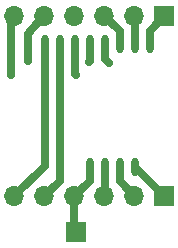
<source format=gbr>
%TF.GenerationSoftware,KiCad,Pcbnew,8.0.6-8.0.6-0~ubuntu24.04.1*%
%TF.CreationDate,2025-04-08T22:12:18-04:00*%
%TF.ProjectId,super-mini-mesh-kicad,73757065-722d-46d6-996e-692d6d657368,rev?*%
%TF.SameCoordinates,Original*%
%TF.FileFunction,Copper,L1,Top*%
%TF.FilePolarity,Positive*%
%FSLAX46Y46*%
G04 Gerber Fmt 4.6, Leading zero omitted, Abs format (unit mm)*
G04 Created by KiCad (PCBNEW 8.0.6-8.0.6-0~ubuntu24.04.1) date 2025-04-08 22:12:18*
%MOMM*%
%LPD*%
G01*
G04 APERTURE LIST*
G04 Aperture macros list*
%AMRoundRect*
0 Rectangle with rounded corners*
0 $1 Rounding radius*
0 $2 $3 $4 $5 $6 $7 $8 $9 X,Y pos of 4 corners*
0 Add a 4 corners polygon primitive as box body*
4,1,4,$2,$3,$4,$5,$6,$7,$8,$9,$2,$3,0*
0 Add four circle primitives for the rounded corners*
1,1,$1+$1,$2,$3*
1,1,$1+$1,$4,$5*
1,1,$1+$1,$6,$7*
1,1,$1+$1,$8,$9*
0 Add four rect primitives between the rounded corners*
20,1,$1+$1,$2,$3,$4,$5,0*
20,1,$1+$1,$4,$5,$6,$7,0*
20,1,$1+$1,$6,$7,$8,$9,0*
20,1,$1+$1,$8,$9,$2,$3,0*%
G04 Aperture macros list end*
%TA.AperFunction,ComponentPad*%
%ADD10R,1.700000X1.700000*%
%TD*%
%TA.AperFunction,ComponentPad*%
%ADD11O,1.700000X1.700000*%
%TD*%
%TA.AperFunction,SMDPad,CuDef*%
%ADD12RoundRect,0.300000X-0.000010X0.500000X-0.000010X-0.500000X0.000010X-0.500000X0.000010X0.500000X0*%
%TD*%
%TA.AperFunction,ViaPad*%
%ADD13C,0.600000*%
%TD*%
%TA.AperFunction,Conductor*%
%ADD14C,0.700000*%
%TD*%
G04 APERTURE END LIST*
D10*
%TO.P,J3,1,Pin_1*%
%TO.N,ant*%
X122000000Y-34800000D03*
%TD*%
%TO.P,J2,1,Pin_1*%
%TO.N,Net-(J2-Pin_1)*%
X129500000Y-31740000D03*
D11*
%TO.P,J2,2,Pin_2*%
%TO.N,Net-(J2-Pin_2)*%
X126960000Y-31740000D03*
%TO.P,J2,3,Pin_3*%
%TO.N,Net-(J2-Pin_3)*%
X124420000Y-31740000D03*
%TO.P,J2,4,Pin_4*%
%TO.N,ant*%
X121880000Y-31740000D03*
%TO.P,J2,5,Pin_5*%
%TO.N,Net-(J2-Pin_5)*%
X119340000Y-31740000D03*
%TO.P,J2,6,Pin_6*%
%TO.N,Net-(J2-Pin_6)*%
X116800000Y-31740000D03*
%TD*%
D12*
%TO.P,U1,1,RF_SW1*%
%TO.N,Net-(J1-Pin_1)*%
X128260000Y-18900000D03*
%TO.P,U1,2,MISO*%
%TO.N,Net-(J1-Pin_2)*%
X126990000Y-18900000D03*
%TO.P,U1,3,MOSI*%
%TO.N,Net-(J1-Pin_3)*%
X125720000Y-18900000D03*
%TO.P,U1,4,SCK*%
%TO.N,Net-(J1-Pin_4)*%
X124450000Y-18900000D03*
%TO.P,U1,5,RST*%
%TO.N,Net-(J1-Pin_5)*%
X123180000Y-18900000D03*
%TO.P,U1,6,NSS*%
%TO.N,Net-(J1-Pin_6)*%
X121910000Y-18900000D03*
%TO.P,U1,7,GND1*%
%TO.N,Net-(J2-Pin_5)*%
X120640000Y-18900000D03*
%TO.P,U1,8,VCC*%
%TO.N,Net-(J2-Pin_6)*%
X119370000Y-18900000D03*
%TO.P,U1,9,ANT*%
%TO.N,ant*%
X123180000Y-29300000D03*
%TO.P,U1,10,GND2*%
%TO.N,Net-(J2-Pin_3)*%
X124450000Y-29300000D03*
%TO.P,U1,11,BUSY*%
%TO.N,Net-(J2-Pin_2)*%
X125720000Y-29300000D03*
%TO.P,U1,12,DIO1*%
%TO.N,Net-(J2-Pin_1)*%
X126990000Y-29300000D03*
%TD*%
D10*
%TO.P,J1,1,Pin_1*%
%TO.N,Net-(J1-Pin_1)*%
X129500000Y-16500000D03*
D11*
%TO.P,J1,2,Pin_2*%
%TO.N,Net-(J1-Pin_2)*%
X126960000Y-16500000D03*
%TO.P,J1,3,Pin_3*%
%TO.N,Net-(J1-Pin_3)*%
X124420000Y-16500000D03*
%TO.P,J1,4,Pin_4*%
%TO.N,Net-(J1-Pin_4)*%
X121880000Y-16500000D03*
%TO.P,J1,5,Pin_5*%
%TO.N,Net-(J1-Pin_5)*%
X119340000Y-16500000D03*
%TO.P,J1,6,Pin_6*%
%TO.N,Net-(J1-Pin_6)*%
X116800000Y-16500000D03*
%TD*%
D13*
%TO.N,Net-(J1-Pin_4)*%
X124800000Y-20500000D03*
%TO.N,Net-(J1-Pin_5)*%
X123100000Y-20400000D03*
X118000000Y-20300000D03*
%TO.N,Net-(J1-Pin_6)*%
X116500000Y-21500000D03*
X122000000Y-21500000D03*
%TD*%
D14*
%TO.N,ant*%
X121880000Y-31740000D02*
X121880000Y-34680000D01*
X121880000Y-34680000D02*
X122000000Y-34800000D01*
%TO.N,Net-(J2-Pin_1)*%
X126990000Y-29300000D02*
X127060000Y-29300000D01*
X127060000Y-29300000D02*
X129500000Y-31740000D01*
%TO.N,Net-(J2-Pin_2)*%
X125720000Y-29300000D02*
X125720000Y-30500000D01*
X125720000Y-30500000D02*
X126960000Y-31740000D01*
%TO.N,Net-(J2-Pin_3)*%
X124450000Y-29300000D02*
X124450000Y-31710000D01*
X124450000Y-31710000D02*
X124420000Y-31740000D01*
%TO.N,ant*%
X123180000Y-29300000D02*
X123180000Y-30440000D01*
X123180000Y-30440000D02*
X121880000Y-31740000D01*
%TO.N,Net-(J2-Pin_5)*%
X119340000Y-31740000D02*
X120640000Y-30440000D01*
X120640000Y-30440000D02*
X120640000Y-18900000D01*
%TO.N,Net-(J2-Pin_6)*%
X119370000Y-18900000D02*
X119370000Y-29170000D01*
X119370000Y-29170000D02*
X116800000Y-31740000D01*
%TO.N,Net-(J1-Pin_4)*%
X124450000Y-20150000D02*
X124800000Y-20500000D01*
X124450000Y-18900000D02*
X124450000Y-20150000D01*
%TO.N,Net-(J1-Pin_3)*%
X125720000Y-18900000D02*
X125720000Y-17800000D01*
X125720000Y-17800000D02*
X124420000Y-16500000D01*
%TO.N,Net-(J1-Pin_2)*%
X126990000Y-18900000D02*
X126990000Y-16530000D01*
X126990000Y-16530000D02*
X126960000Y-16500000D01*
%TO.N,Net-(J1-Pin_1)*%
X128260000Y-18900000D02*
X128260000Y-17740000D01*
X128260000Y-17740000D02*
X129500000Y-16500000D01*
%TO.N,Net-(J1-Pin_5)*%
X118000000Y-20300000D02*
X118000000Y-18000000D01*
X123180000Y-20320000D02*
X123100000Y-20400000D01*
X123180000Y-18900000D02*
X123180000Y-20320000D01*
X118000000Y-18000000D02*
X118100000Y-17900000D01*
X118100000Y-17900000D02*
X118100000Y-17740000D01*
X118100000Y-17740000D02*
X119340000Y-16500000D01*
%TO.N,Net-(J1-Pin_6)*%
X121910000Y-18900000D02*
X121910000Y-21410000D01*
X121910000Y-21410000D02*
X122000000Y-21500000D01*
X116500000Y-21500000D02*
X116500000Y-16800000D01*
X116500000Y-16800000D02*
X116800000Y-16500000D01*
%TD*%
M02*

</source>
